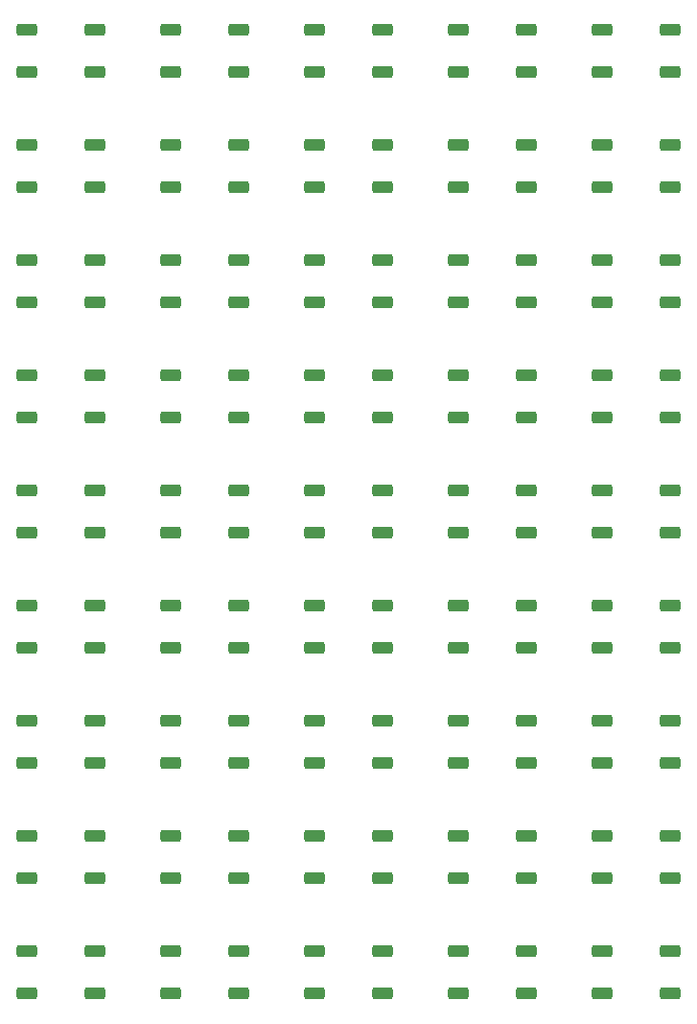
<source format=gbr>
%TF.GenerationSoftware,KiCad,Pcbnew,8.0.8*%
%TF.CreationDate,2025-01-17T20:21:58+11:00*%
%TF.ProjectId,ti59_keyboard,74693539-5f6b-4657-9962-6f6172642e6b,1*%
%TF.SameCoordinates,Original*%
%TF.FileFunction,Paste,Top*%
%TF.FilePolarity,Positive*%
%FSLAX46Y46*%
G04 Gerber Fmt 4.6, Leading zero omitted, Abs format (unit mm)*
G04 Created by KiCad (PCBNEW 8.0.8) date 2025-01-17 20:21:58*
%MOMM*%
%LPD*%
G01*
G04 APERTURE LIST*
G04 Aperture macros list*
%AMRoundRect*
0 Rectangle with rounded corners*
0 $1 Rounding radius*
0 $2 $3 $4 $5 $6 $7 $8 $9 X,Y pos of 4 corners*
0 Add a 4 corners polygon primitive as box body*
4,1,4,$2,$3,$4,$5,$6,$7,$8,$9,$2,$3,0*
0 Add four circle primitives for the rounded corners*
1,1,$1+$1,$2,$3*
1,1,$1+$1,$4,$5*
1,1,$1+$1,$6,$7*
1,1,$1+$1,$8,$9*
0 Add four rect primitives between the rounded corners*
20,1,$1+$1,$2,$3,$4,$5,0*
20,1,$1+$1,$4,$5,$6,$7,0*
20,1,$1+$1,$6,$7,$8,$9,0*
20,1,$1+$1,$8,$9,$2,$3,0*%
G04 Aperture macros list end*
%ADD10RoundRect,0.200000X-0.700000X-0.350000X0.700000X-0.350000X0.700000X0.350000X-0.700000X0.350000X0*%
G04 APERTURE END LIST*
D10*
%TO.C,SW1*%
X-28400000Y-15500000D03*
X-22400000Y-15500000D03*
X-28400000Y-19200000D03*
X-22400000Y-19200000D03*
%TD*%
%TO.C,SW27*%
X-15700000Y-66300000D03*
X-9700000Y-66300000D03*
X-15700000Y-70000000D03*
X-9700000Y-70000000D03*
%TD*%
%TO.C,SW7*%
X-15700000Y-25660000D03*
X-9700000Y-25660000D03*
X-15700000Y-29360000D03*
X-9700000Y-29360000D03*
%TD*%
%TO.C,SW34*%
X9700000Y-76460000D03*
X15700000Y-76460000D03*
X9700000Y-80160000D03*
X15700000Y-80160000D03*
%TD*%
%TO.C,SW44*%
X9700000Y-5340000D03*
X15700000Y-5340000D03*
X9700000Y-9040000D03*
X15700000Y-9040000D03*
%TD*%
%TO.C,SW6*%
X-28400000Y-25660000D03*
X-22400000Y-25660000D03*
X-28400000Y-29360000D03*
X-22400000Y-29360000D03*
%TD*%
%TO.C,SW33*%
X-3000000Y-76460000D03*
X3000000Y-76460000D03*
X-3000000Y-80160000D03*
X3000000Y-80160000D03*
%TD*%
%TO.C,SW17*%
X-15700000Y-45980000D03*
X-9700000Y-45980000D03*
X-15700000Y-49680000D03*
X-9700000Y-49680000D03*
%TD*%
%TO.C,SW2*%
X-15700000Y-15500000D03*
X-9700000Y-15500000D03*
X-15700000Y-19200000D03*
X-9700000Y-19200000D03*
%TD*%
%TO.C,SW28*%
X-3000000Y-66300000D03*
X3000000Y-66300000D03*
X-3000000Y-70000000D03*
X3000000Y-70000000D03*
%TD*%
%TO.C,SW19*%
X9700000Y-45980000D03*
X15700000Y-45980000D03*
X9700000Y-49680000D03*
X15700000Y-49680000D03*
%TD*%
%TO.C,SW8*%
X-3000000Y-25660000D03*
X3000000Y-25660000D03*
X-3000000Y-29360000D03*
X3000000Y-29360000D03*
%TD*%
%TO.C,SW40*%
X22400000Y-86620000D03*
X28400000Y-86620000D03*
X22400000Y-90320000D03*
X28400000Y-90320000D03*
%TD*%
%TO.C,SW39*%
X9700000Y-86620000D03*
X15700000Y-86620000D03*
X9700000Y-90320000D03*
X15700000Y-90320000D03*
%TD*%
%TO.C,SW20*%
X22400000Y-45980000D03*
X28400000Y-45980000D03*
X22400000Y-49680000D03*
X28400000Y-49680000D03*
%TD*%
%TO.C,SW26*%
X-28400000Y-66300000D03*
X-22400000Y-66300000D03*
X-28400000Y-70000000D03*
X-22400000Y-70000000D03*
%TD*%
%TO.C,SW45*%
X22400000Y-5340000D03*
X28400000Y-5340000D03*
X22400000Y-9040000D03*
X28400000Y-9040000D03*
%TD*%
%TO.C,SW5*%
X22400000Y-15500000D03*
X28400000Y-15500000D03*
X22400000Y-19200000D03*
X28400000Y-19200000D03*
%TD*%
%TO.C,SW15*%
X22400000Y-35820000D03*
X28400000Y-35820000D03*
X22400000Y-39520000D03*
X28400000Y-39520000D03*
%TD*%
%TO.C,SW4*%
X9700000Y-15500000D03*
X15700000Y-15500000D03*
X9700000Y-19200000D03*
X15700000Y-19200000D03*
%TD*%
%TO.C,SW37*%
X-15700000Y-86620000D03*
X-9700000Y-86620000D03*
X-15700000Y-90320000D03*
X-9700000Y-90320000D03*
%TD*%
%TO.C,SW21*%
X-28400000Y-56140000D03*
X-22400000Y-56140000D03*
X-28400000Y-59840000D03*
X-22400000Y-59840000D03*
%TD*%
%TO.C,SW16*%
X-28400000Y-45980000D03*
X-22400000Y-45980000D03*
X-28400000Y-49680000D03*
X-22400000Y-49680000D03*
%TD*%
%TO.C,SW43*%
X-3000000Y-5340000D03*
X3000000Y-5340000D03*
X-3000000Y-9040000D03*
X3000000Y-9040000D03*
%TD*%
%TO.C,SW3*%
X-3000000Y-15500000D03*
X3000000Y-15500000D03*
X-3000000Y-19200000D03*
X3000000Y-19200000D03*
%TD*%
%TO.C,SW35*%
X22400000Y-76460000D03*
X28400000Y-76460000D03*
X22400000Y-80160000D03*
X28400000Y-80160000D03*
%TD*%
%TO.C,SW32*%
X-15700000Y-76460000D03*
X-9700000Y-76460000D03*
X-15700000Y-80160000D03*
X-9700000Y-80160000D03*
%TD*%
%TO.C,SW41*%
X-28400000Y-5340000D03*
X-22400000Y-5340000D03*
X-28400000Y-9040000D03*
X-22400000Y-9040000D03*
%TD*%
%TO.C,SW12*%
X-15700000Y-35820000D03*
X-9700000Y-35820000D03*
X-15700000Y-39520000D03*
X-9700000Y-39520000D03*
%TD*%
%TO.C,SW14*%
X9700000Y-35820000D03*
X15700000Y-35820000D03*
X9700000Y-39520000D03*
X15700000Y-39520000D03*
%TD*%
%TO.C,SW24*%
X9700000Y-56140000D03*
X15700000Y-56140000D03*
X9700000Y-59840000D03*
X15700000Y-59840000D03*
%TD*%
%TO.C,SW9*%
X9700000Y-25660000D03*
X15700000Y-25660000D03*
X9700000Y-29360000D03*
X15700000Y-29360000D03*
%TD*%
%TO.C,SW29*%
X9700000Y-66300000D03*
X15700000Y-66300000D03*
X9700000Y-70000000D03*
X15700000Y-70000000D03*
%TD*%
%TO.C,SW36*%
X-28400000Y-86620000D03*
X-22400000Y-86620000D03*
X-28400000Y-90320000D03*
X-22400000Y-90320000D03*
%TD*%
%TO.C,SW22*%
X-15700000Y-56140000D03*
X-9700000Y-56140000D03*
X-15700000Y-59840000D03*
X-9700000Y-59840000D03*
%TD*%
%TO.C,SW11*%
X-28400000Y-35820000D03*
X-22400000Y-35820000D03*
X-28400000Y-39520000D03*
X-22400000Y-39520000D03*
%TD*%
%TO.C,SW42*%
X-15700000Y-5340000D03*
X-9700000Y-5340000D03*
X-15700000Y-9040000D03*
X-9700000Y-9040000D03*
%TD*%
%TO.C,SW25*%
X22400000Y-56140000D03*
X28400000Y-56140000D03*
X22400000Y-59840000D03*
X28400000Y-59840000D03*
%TD*%
%TO.C,SW13*%
X-3000000Y-35820000D03*
X3000000Y-35820000D03*
X-3000000Y-39520000D03*
X3000000Y-39520000D03*
%TD*%
%TO.C,SW30*%
X22400000Y-66300000D03*
X28400000Y-66300000D03*
X22400000Y-70000000D03*
X28400000Y-70000000D03*
%TD*%
%TO.C,SW31*%
X-28400000Y-76460000D03*
X-22400000Y-76460000D03*
X-28400000Y-80160000D03*
X-22400000Y-80160000D03*
%TD*%
%TO.C,SW10*%
X22400000Y-25660000D03*
X28400000Y-25660000D03*
X22400000Y-29360000D03*
X28400000Y-29360000D03*
%TD*%
%TO.C,SW38*%
X-3000000Y-86620000D03*
X3000000Y-86620000D03*
X-3000000Y-90320000D03*
X3000000Y-90320000D03*
%TD*%
%TO.C,SW23*%
X-3000000Y-56140000D03*
X3000000Y-56140000D03*
X-3000000Y-59840000D03*
X3000000Y-59840000D03*
%TD*%
%TO.C,SW18*%
X-3000000Y-45980000D03*
X3000000Y-45980000D03*
X-3000000Y-49680000D03*
X3000000Y-49680000D03*
%TD*%
M02*

</source>
